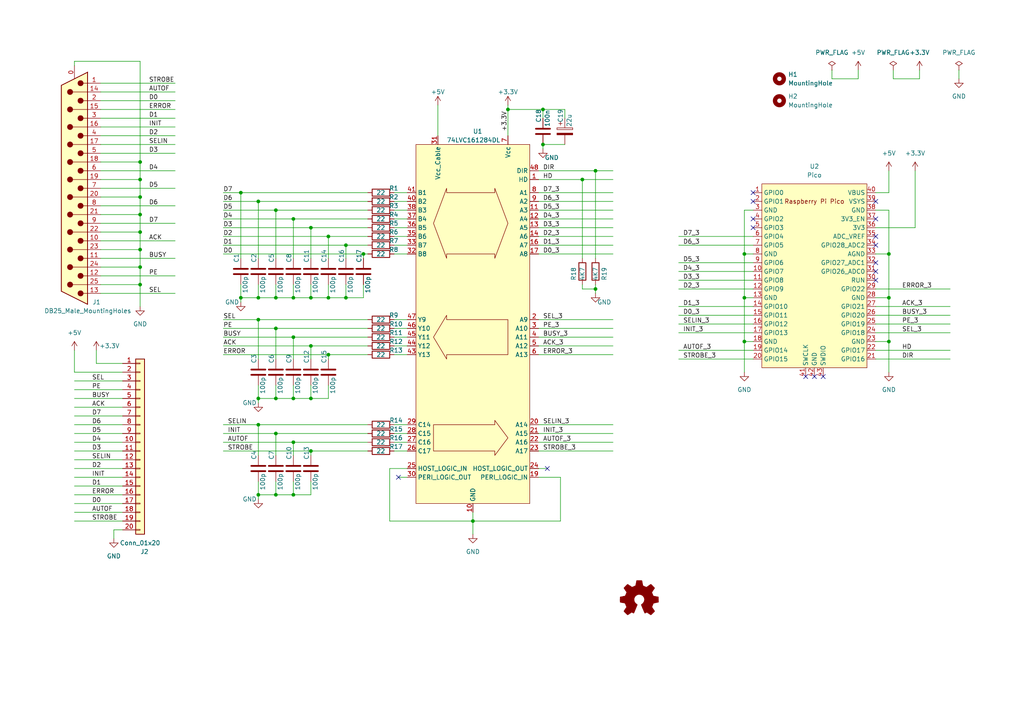
<source format=kicad_sch>
(kicad_sch (version 20211123) (generator eeschema)
  (paper "A4")
  (lib_symbols
    (symbol "74lvc161284:74LVC161284DL"
      (property "Reference" "U" (at 0 44.45 0))
      (property "Value" "74LVC161284DL" (at -1.27 41.91 0))
      (symbol "74LVC161284DL_1_1"
        (pin input line (at -19.05 30.48 0) (length 2.54) (name "HD") (number "1"))
        (pin power_in line (at 0 -66.04 90) (length 2.54) (name "GND") (number "10"))
        (pin bidirectional line (at -19.05 21.59 0) (length 2.54) (name "A3") (number "11"))
        (pin bidirectional line (at -19.05 19.05 0) (length 2.54) (name "A4") (number "12"))
        (pin bidirectional line (at -19.05 16.51 0) (length 2.54) (name "A5") (number "13"))
        (pin bidirectional line (at -19.05 13.97 0) (length 2.54) (name "A6") (number "14"))
        (pin power_in line (at 0 -66.04 90) (length 2.54) hide (name "GND") (number "15"))
        (pin bidirectional line (at -19.05 11.43 0) (length 2.54) (name "A7") (number "16"))
        (pin bidirectional line (at -19.05 8.89 0) (length 2.54) (name "A8") (number "17"))
        (pin power_in line (at -10.16 43.18 270) (length 2.54) hide (name "Vcc") (number "18"))
        (pin input line (at -19.05 -55.88 0) (length 2.54) (name "PERI_LOGIC_IN") (number "19"))
        (pin input line (at -19.05 -10.16 0) (length 2.54) (name "A9") (number "2"))
        (pin output line (at -19.05 -40.64 0) (length 2.54) (name "A14") (number "20"))
        (pin output line (at -19.05 -43.18 0) (length 2.54) (name "A15") (number "21"))
        (pin output line (at -19.05 -45.72 0) (length 2.54) (name "A16") (number "22"))
        (pin output line (at -19.05 -48.26 0) (length 2.54) (name "A17") (number "23"))
        (pin output line (at -19.05 -53.34 0) (length 2.54) (name "HOST_LOGIC_OUT") (number "24"))
        (pin input line (at 19.05 -53.34 180) (length 2.54) (name "HOST_LOGIC_IN") (number "25"))
        (pin input line (at 19.05 -48.26 180) (length 2.54) (name "C17") (number "26"))
        (pin input line (at 19.05 -45.72 180) (length 2.54) (name "C16") (number "27"))
        (pin input line (at 19.05 -43.18 180) (length 2.54) (name "C15") (number "28"))
        (pin input line (at 19.05 -40.64 180) (length 2.54) (name "C14") (number "29"))
        (pin input line (at -19.05 -12.7 0) (length 2.54) (name "A10") (number "3"))
        (pin output line (at 19.05 -55.88 180) (length 2.54) (name "PERI_LOGIC_OUT") (number "30"))
        (pin power_in line (at 10.16 43.18 270) (length 2.54) (name "Vcc_Cable") (number "31"))
        (pin bidirectional line (at 19.05 8.89 180) (length 2.54) (name "B8") (number "32"))
        (pin bidirectional line (at 19.05 11.43 180) (length 2.54) (name "B7") (number "33"))
        (pin power_in line (at 0 -66.04 90) (length 2.54) hide (name "GND") (number "34"))
        (pin bidirectional line (at 19.05 13.97 180) (length 2.54) (name "B6") (number "35"))
        (pin bidirectional line (at 19.05 16.51 180) (length 2.54) (name "B5") (number "36"))
        (pin bidirectional line (at 19.05 19.05 180) (length 2.54) (name "B4") (number "37"))
        (pin bidirectional line (at 19.05 21.59 180) (length 2.54) (name "B3") (number "38"))
        (pin power_in line (at 0 -66.04 90) (length 2.54) hide (name "GND") (number "39"))
        (pin input line (at -19.05 -15.24 0) (length 2.54) (name "A11") (number "4"))
        (pin bidirectional line (at 19.05 24.13 180) (length 2.54) (name "B2") (number "40"))
        (pin bidirectional line (at 19.05 26.67 180) (length 2.54) (name "B1") (number "41"))
        (pin power_in line (at 10.16 43.18 270) (length 2.54) hide (name "Vcc_Cable") (number "42"))
        (pin output line (at 19.05 -20.32 180) (length 2.54) (name "Y13") (number "43"))
        (pin output line (at 19.05 -17.78 180) (length 2.54) (name "Y12") (number "44"))
        (pin output line (at 19.05 -15.24 180) (length 2.54) (name "Y11") (number "45"))
        (pin output line (at 19.05 -12.7 180) (length 2.54) (name "Y10") (number "46"))
        (pin output line (at 19.05 -10.16 180) (length 2.54) (name "Y9") (number "47"))
        (pin input line (at -19.05 33.02 0) (length 2.54) (name "DIR") (number "48"))
        (pin input line (at -19.05 -17.78 0) (length 2.54) (name "A12") (number "5"))
        (pin input line (at -19.05 -20.32 0) (length 2.54) (name "A13") (number "6"))
        (pin power_in line (at -10.16 43.18 270) (length 2.54) (name "Vcc") (number "7"))
        (pin bidirectional line (at -19.05 26.67 0) (length 2.54) (name "A1") (number "8"))
        (pin bidirectional line (at -19.05 24.13 0) (length 2.54) (name "A2") (number "9"))
      )
    )
    (symbol "Connector:DB25_Male_MountingHoles" (pin_names (offset 1.016) hide)
      (property "Reference" "J" (at 0 36.83 0))
      (property "Value" "DB25_Male_MountingHoles" (at 0 34.925 0))
      (symbol "DB25_Male_MountingHoles_1_1"
        (pin passive line (at 0 -35.56 90) (length 3.81) (name "PAD") (number "0"))
        (pin passive line (at -7.62 -30.48 0) (length 3.81) (name "1") (number "1"))
        (pin passive line (at -7.62 15.24 0) (length 3.81) (name "10") (number "10"))
        (pin passive line (at -7.62 20.32 0) (length 3.81) (name "11") (number "11"))
        (pin passive line (at -7.62 25.4 0) (length 3.81) (name "12") (number "12"))
        (pin passive line (at -7.62 30.48 0) (length 3.81) (name "13") (number "13"))
        (pin passive line (at -7.62 -27.94 0) (length 3.81) (name "P14") (number "14"))
        (pin passive line (at -7.62 -22.86 0) (length 3.81) (name "P15") (number "15"))
        (pin passive line (at -7.62 -17.78 0) (length 3.81) (name "P16") (number "16"))
        (pin passive line (at -7.62 -12.7 0) (length 3.81) (name "P17") (number "17"))
        (pin passive line (at -7.62 -7.62 0) (length 3.81) (name "P18") (number "18"))
        (pin passive line (at -7.62 -2.54 0) (length 3.81) (name "P19") (number "19"))
        (pin passive line (at -7.62 -25.4 0) (length 3.81) (name "2") (number "2"))
        (pin passive line (at -7.62 2.54 0) (length 3.81) (name "P20") (number "20"))
        (pin passive line (at -7.62 7.62 0) (length 3.81) (name "P21") (number "21"))
        (pin passive line (at -7.62 12.7 0) (length 3.81) (name "P22") (number "22"))
        (pin passive line (at -7.62 17.78 0) (length 3.81) (name "P23") (number "23"))
        (pin passive line (at -7.62 22.86 0) (length 3.81) (name "P24") (number "24"))
        (pin passive line (at -7.62 27.94 0) (length 3.81) (name "P25") (number "25"))
        (pin passive line (at -7.62 -20.32 0) (length 3.81) (name "3") (number "3"))
        (pin passive line (at -7.62 -15.24 0) (length 3.81) (name "4") (number "4"))
        (pin passive line (at -7.62 -10.16 0) (length 3.81) (name "5") (number "5"))
        (pin passive line (at -7.62 -5.08 0) (length 3.81) (name "6") (number "6"))
        (pin passive line (at -7.62 0 0) (length 3.81) (name "7") (number "7"))
        (pin passive line (at -7.62 5.08 0) (length 3.81) (name "8") (number "8"))
        (pin passive line (at -7.62 10.16 0) (length 3.81) (name "9") (number "9"))
      )
    )
    (symbol "Connector_Generic:Conn_01x20" (pin_names (offset 1.016) hide)
      (property "Reference" "J" (at 0 25.4 0))
      (property "Value" "Conn_01x20" (at 0 -27.94 0))
      (symbol "Conn_01x20_1_1"
        (pin passive line (at -5.08 22.86 0) (length 3.81) (name "Pin_1") (number "1"))
        (pin passive line (at -5.08 0 0) (length 3.81) (name "Pin_10") (number "10"))
        (pin passive line (at -5.08 -2.54 0) (length 3.81) (name "Pin_11") (number "11"))
        (pin passive line (at -5.08 -5.08 0) (length 3.81) (name "Pin_12") (number "12"))
        (pin passive line (at -5.08 -7.62 0) (length 3.81) (name "Pin_13") (number "13"))
        (pin passive line (at -5.08 -10.16 0) (length 3.81) (name "Pin_14") (number "14"))
        (pin passive line (at -5.08 -12.7 0) (length 3.81) (name "Pin_15") (number "15"))
        (pin passive line (at -5.08 -15.24 0) (length 3.81) (name "Pin_16") (number "16"))
        (pin passive line (at -5.08 -17.78 0) (length 3.81) (name "Pin_17") (number "17"))
        (pin passive line (at -5.08 -20.32 0) (length 3.81) (name "Pin_18") (number "18"))
        (pin passive line (at -5.08 -22.86 0) (length 3.81) (name "Pin_19") (number "19"))
        (pin passive line (at -5.08 20.32 0) (length 3.81) (name "Pin_2") (number "2"))
        (pin passive line (at -5.08 -25.4 0) (length 3.81) (name "Pin_20") (number "20"))
        (pin passive line (at -5.08 17.78 0) (length 3.81) (name "Pin_3") (number "3"))
        (pin passive line (at -5.08 15.24 0) (length 3.81) (name "Pin_4") (number "4"))
        (pin passive line (at -5.08 12.7 0) (length 3.81) (name "Pin_5") (number "5"))
        (pin passive line (at -5.08 10.16 0) (length 3.81) (name "Pin_6") (number "6"))
        (pin passive line (at -5.08 7.62 0) (length 3.81) (name "Pin_7") (number "7"))
        (pin passive line (at -5.08 5.08 0) (length 3.81) (name "Pin_8") (number "8"))
        (pin passive line (at -5.08 2.54 0) (length 3.81) (name "Pin_9") (number "9"))
      )
    )
    (symbol "Device:C" (pin_numbers hide) (pin_names (offset 0.254))
      (property "Reference" "C" (at 0.635 2.54 0))
      (property "Value" "C" (at 0.635 -2.54 0))
      (symbol "C_1_1"
        (pin passive line (at 0 3.81 270) (length 2.794) (name "~") (number "1"))
        (pin passive line (at 0 -3.81 90) (length 2.794) (name "~") (number "2"))
      )
    )
    (symbol "Device:C_Polarized" (pin_numbers hide) (pin_names (offset 0.254))
      (property "Reference" "C" (at 0.635 2.54 0))
      (property "Value" "C_Polarized" (at 0.635 -2.54 0))
      (symbol "C_Polarized_1_1"
        (pin passive line (at 0 3.81 270) (length 2.794) (name "~") (number "1"))
        (pin passive line (at 0 -3.81 90) (length 2.794) (name "~") (number "2"))
      )
    )
    (symbol "Device:R" (pin_numbers hide) (pin_names (offset 0))
      (property "Reference" "R" (at 2.032 0 90))
      (property "Value" "R" (at 0 0 90))
      (symbol "R_1_1"
        (pin passive line (at 0 3.81 270) (length 1.27) (name "~") (number "1"))
        (pin passive line (at 0 -3.81 90) (length 1.27) (name "~") (number "2"))
      )
    )
    (symbol "Graphic:Logo_Open_Hardware_Small" (pin_names (offset 1.016)))
    (symbol "Mechanical:MountingHole" (pin_names (offset 1.016))
      (property "Reference" "H" (at 0 5.08 0))
      (property "Value" "MountingHole" (at 0 3.175 0))
    )
    (symbol "Raspberry Pico:Pico"
      (property "Reference" "U" (at -13.97 27.94 0))
      (property "Value" "Pico" (at 0 19.05 0))
      (symbol "Pico_0_0"
        (text "Raspberry Pi Pico" (at 0 21.59 0) (effects (font (size 1.27 1.27))))
      )
      (symbol "Pico_1_1"
        (pin bidirectional line (at -17.78 24.13 0) (length 2.54) (name "GPIO0") (number "1"))
        (pin bidirectional line (at -17.78 1.27 0) (length 2.54) (name "GPIO7") (number "10"))
        (pin bidirectional line (at -17.78 -1.27 0) (length 2.54) (name "GPIO8") (number "11"))
        (pin bidirectional line (at -17.78 -3.81 0) (length 2.54) (name "GPIO9") (number "12"))
        (pin power_in line (at -17.78 -6.35 0) (length 2.54) (name "GND") (number "13"))
        (pin bidirectional line (at -17.78 -8.89 0) (length 2.54) (name "GPIO10") (number "14"))
        (pin bidirectional line (at -17.78 -11.43 0) (length 2.54) (name "GPIO11") (number "15"))
        (pin bidirectional line (at -17.78 -13.97 0) (length 2.54) (name "GPIO12") (number "16"))
        (pin bidirectional line (at -17.78 -16.51 0) (length 2.54) (name "GPIO13") (number "17"))
        (pin power_in line (at -17.78 -19.05 0) (length 2.54) (name "GND") (number "18"))
        (pin bidirectional line (at -17.78 -21.59 0) (length 2.54) (name "GPIO14") (number "19"))
        (pin bidirectional line (at -17.78 21.59 0) (length 2.54) (name "GPIO1") (number "2"))
        (pin bidirectional line (at -17.78 -24.13 0) (length 2.54) (name "GPIO15") (number "20"))
        (pin bidirectional line (at 17.78 -24.13 180) (length 2.54) (name "GPIO16") (number "21"))
        (pin bidirectional line (at 17.78 -21.59 180) (length 2.54) (name "GPIO17") (number "22"))
        (pin power_in line (at 17.78 -19.05 180) (length 2.54) (name "GND") (number "23"))
        (pin bidirectional line (at 17.78 -16.51 180) (length 2.54) (name "GPIO18") (number "24"))
        (pin bidirectional line (at 17.78 -13.97 180) (length 2.54) (name "GPIO19") (number "25"))
        (pin bidirectional line (at 17.78 -11.43 180) (length 2.54) (name "GPIO20") (number "26"))
        (pin bidirectional line (at 17.78 -8.89 180) (length 2.54) (name "GPIO21") (number "27"))
        (pin power_in line (at 17.78 -6.35 180) (length 2.54) (name "GND") (number "28"))
        (pin bidirectional line (at 17.78 -3.81 180) (length 2.54) (name "GPIO22") (number "29"))
        (pin power_in line (at -17.78 19.05 0) (length 2.54) (name "GND") (number "3"))
        (pin input line (at 17.78 -1.27 180) (length 2.54) (name "RUN") (number "30"))
        (pin bidirectional line (at 17.78 1.27 180) (length 2.54) (name "GPIO26_ADC0") (number "31"))
        (pin bidirectional line (at 17.78 3.81 180) (length 2.54) (name "GPIO27_ADC1") (number "32"))
        (pin power_in line (at 17.78 6.35 180) (length 2.54) (name "AGND") (number "33"))
        (pin bidirectional line (at 17.78 8.89 180) (length 2.54) (name "GPIO28_ADC2") (number "34"))
        (pin power_in line (at 17.78 11.43 180) (length 2.54) (name "ADC_VREF") (number "35"))
        (pin power_in line (at 17.78 13.97 180) (length 2.54) (name "3V3") (number "36"))
        (pin input line (at 17.78 16.51 180) (length 2.54) (name "3V3_EN") (number "37"))
        (pin power_in line (at 17.78 19.05 180) (length 2.54) (name "GND") (number "38"))
        (pin power_in line (at 17.78 21.59 180) (length 2.54) (name "VSYS") (number "39"))
        (pin bidirectional line (at -17.78 16.51 0) (length 2.54) (name "GPIO2") (number "4"))
        (pin power_in line (at 17.78 24.13 180) (length 2.54) (name "VBUS") (number "40"))
        (pin input line (at -2.54 -29.21 90) (length 2.54) (name "SWCLK") (number "41"))
        (pin power_in line (at 0 -29.21 90) (length 2.54) (name "GND") (number "42"))
        (pin bidirectional line (at 2.54 -29.21 90) (length 2.54) (name "SWDIO") (number "43"))
        (pin bidirectional line (at -17.78 13.97 0) (length 2.54) (name "GPIO3") (number "5"))
        (pin bidirectional line (at -17.78 11.43 0) (length 2.54) (name "GPIO4") (number "6"))
        (pin bidirectional line (at -17.78 8.89 0) (length 2.54) (name "GPIO5") (number "7"))
        (pin power_in line (at -17.78 6.35 0) (length 2.54) (name "GND") (number "8"))
        (pin bidirectional line (at -17.78 3.81 0) (length 2.54) (name "GPIO6") (number "9"))
      )
    )
    (symbol "power:+3.3V" (power) (pin_names (offset 0))
      (property "Value" "+3.3V" (at 0 3.556 0))
      (symbol "+3.3V_1_1"
        (pin power_in line (at 0 0 90) (length 0) hide (name "+3.3V") (number "1"))
      )
    )
    (symbol "power:+5V" (power) (pin_names (offset 0))
      (property "Value" "+5V" (at 0 3.556 0))
      (symbol "+5V_1_1"
        (pin power_in line (at 0 0 90) (length 0) hide (name "+5V") (number "1"))
      )
    )
    (symbol "power:GND" (power) (pin_names (offset 0))
      (property "Value" "GND" (at 0 -3.81 0))
      (symbol "GND_1_1"
        (pin power_in line (at 0 0 270) (length 0) hide (name "GND") (number "1"))
      )
    )
    (symbol "power:PWR_FLAG" (power) (pin_numbers hide) (pin_names (offset 0) hide)
      (property "Value" "PWR_FLAG" (at 0 3.81 0))
      (symbol "PWR_FLAG_0_0"
        (pin power_out line (at 0 0 90) (length 0) (name "pwr") (number "1"))
      )
    )
  )
  (junction (at 80.01 95.25))
  (junction (at 257.81 99.06))
  (junction (at 85.09 63.5))
  (junction (at 105.41 73.66))
  (junction (at 215.9 73.66))
  (junction (at 137.16 151.13))
  (junction (at 74.93 143.51))
  (junction (at 80.01 86.36))
  (junction (at 80.01 60.96))
  (junction (at 74.93 92.71))
  (junction (at 69.85 55.88))
  (junction (at 147.32 31.75))
  (junction (at 85.09 143.51))
  (junction (at 40.64 46.99))
  (junction (at 257.81 86.36))
  (junction (at 80.01 143.51))
  (junction (at 172.72 49.53))
  (junction (at 100.33 71.12))
  (junction (at 40.64 82.55))
  (junction (at 85.09 86.36))
  (junction (at 85.09 115.57))
  (junction (at 74.93 86.36))
  (junction (at 74.93 123.19))
  (junction (at 74.93 115.57))
  (junction (at 157.48 41.91))
  (junction (at 69.85 86.36))
  (junction (at 172.72 83.82))
  (junction (at 90.17 130.81))
  (junction (at 40.64 72.39))
  (junction (at 257.81 73.66))
  (junction (at 90.17 66.04))
  (junction (at 80.01 125.73))
  (junction (at 40.64 77.47))
  (junction (at 95.25 102.87))
  (junction (at 90.17 86.36))
  (junction (at 215.9 86.36))
  (junction (at 95.25 86.36))
  (junction (at 40.64 67.31))
  (junction (at 95.25 68.58))
  (junction (at 85.09 128.27))
  (junction (at 74.93 58.42))
  (junction (at 40.64 52.07))
  (junction (at 90.17 100.33))
  (junction (at 40.64 62.23))
  (junction (at 90.17 115.57))
  (junction (at 85.09 97.79))
  (junction (at 40.64 57.15))
  (junction (at 168.91 52.07))
  (junction (at 215.9 99.06))
  (junction (at 80.01 115.57))
  (junction (at 100.33 86.36))
  (junction (at 157.48 31.75))
  (no_connect (at 254 63.5))
  (no_connect (at 254 68.58))
  (no_connect (at 218.44 58.42))
  (no_connect (at 218.44 66.04))
  (no_connect (at 218.44 55.88))
  (no_connect (at 115.57 138.43))
  (no_connect (at 254 71.12))
  (no_connect (at 218.44 63.5))
  (no_connect (at 236.22 109.22))
  (no_connect (at 254 58.42))
  (no_connect (at 254 78.74))
  (no_connect (at 233.68 109.22))
  (no_connect (at 158.75 135.89))
  (no_connect (at 254 81.28))
  (no_connect (at 238.76 109.22))
  (no_connect (at 254 76.2))
  (wire (pts (xy 64.77 68.58) (xy 95.25 68.58)))
  (wire (pts (xy 115.57 138.43) (xy 118.11 138.43)))
  (wire (pts (xy 168.91 52.07) (xy 177.8 52.07)))
  (wire (pts (xy 74.93 111.76) (xy 74.93 115.57)))
  (wire (pts (xy 29.21 24.13) (xy 50.8 24.13)))
  (wire (pts (xy 156.21 55.88) (xy 177.8 55.88)))
  (wire (pts (xy 85.09 86.36) (xy 90.17 86.36)))
  (wire (pts (xy 254 55.88) (xy 257.81 55.88)))
  (wire (pts (xy 147.32 31.75) (xy 147.32 39.37)))
  (wire (pts (xy 95.25 86.36) (xy 100.33 86.36)))
  (wire (pts (xy 257.81 107.95) (xy 257.81 99.06)))
  (wire (pts (xy 40.64 46.99) (xy 40.64 17.78)))
  (wire (pts (xy 127 30.48) (xy 127 39.37)))
  (wire (pts (xy 113.03 151.13) (xy 113.03 135.89)))
  (wire (pts (xy 156.21 68.58) (xy 177.8 68.58)))
  (wire (pts (xy 29.21 41.91) (xy 50.8 41.91)))
  (wire (pts (xy 29.21 64.77) (xy 50.8 64.77)))
  (wire (pts (xy 114.3 100.33) (xy 118.11 100.33)))
  (wire (pts (xy 80.01 139.7) (xy 80.01 143.51)))
  (wire (pts (xy 90.17 100.33) (xy 106.68 100.33)))
  (wire (pts (xy 29.21 69.85) (xy 50.8 69.85)))
  (wire (pts (xy 64.77 95.25) (xy 80.01 95.25)))
  (wire (pts (xy 241.3 20.32) (xy 241.3 22.86)))
  (wire (pts (xy 21.59 101.6) (xy 21.59 107.95)))
  (wire (pts (xy 64.77 73.66) (xy 105.41 73.66)))
  (wire (pts (xy 137.16 151.13) (xy 137.16 154.94)))
  (wire (pts (xy 90.17 66.04) (xy 90.17 74.93)))
  (wire (pts (xy 156.21 63.5) (xy 177.8 63.5)))
  (wire (pts (xy 100.33 71.12) (xy 106.68 71.12)))
  (wire (pts (xy 157.48 31.75) (xy 163.83 31.75)))
  (wire (pts (xy 254 93.98) (xy 275.59 93.98)))
  (wire (pts (xy 215.9 73.66) (xy 215.9 60.96)))
  (wire (pts (xy 254 73.66) (xy 257.81 73.66)))
  (wire (pts (xy 168.91 83.82) (xy 172.72 83.82)))
  (wire (pts (xy 64.77 130.81) (xy 90.17 130.81)))
  (wire (pts (xy 69.85 82.55) (xy 69.85 86.36)))
  (wire (pts (xy 163.83 31.75) (xy 163.83 34.29)))
  (wire (pts (xy 90.17 86.36) (xy 95.25 86.36)))
  (wire (pts (xy 80.01 125.73) (xy 80.01 132.08)))
  (wire (pts (xy 40.64 77.47) (xy 40.64 82.55)))
  (wire (pts (xy 156.21 49.53) (xy 172.72 49.53)))
  (wire (pts (xy 196.85 68.58) (xy 218.44 68.58)))
  (wire (pts (xy 29.21 44.45) (xy 50.8 44.45)))
  (wire (pts (xy 114.3 123.19) (xy 118.11 123.19)))
  (wire (pts (xy 69.85 86.36) (xy 69.85 87.63)))
  (wire (pts (xy 95.25 115.57) (xy 95.25 111.76)))
  (wire (pts (xy 33.02 153.67) (xy 35.56 153.67)))
  (wire (pts (xy 29.21 72.39) (xy 40.64 72.39)))
  (wire (pts (xy 156.21 73.66) (xy 177.8 73.66)))
  (wire (pts (xy 254 88.9) (xy 275.59 88.9)))
  (wire (pts (xy 215.9 86.36) (xy 218.44 86.36)))
  (wire (pts (xy 196.85 101.6) (xy 218.44 101.6)))
  (wire (pts (xy 64.77 125.73) (xy 80.01 125.73)))
  (wire (pts (xy 172.72 82.55) (xy 172.72 83.82)))
  (wire (pts (xy 29.21 26.67) (xy 50.8 26.67)))
  (wire (pts (xy 29.21 52.07) (xy 40.64 52.07)))
  (wire (pts (xy 27.94 105.41) (xy 35.56 105.41)))
  (wire (pts (xy 114.3 102.87) (xy 118.11 102.87)))
  (wire (pts (xy 64.77 58.42) (xy 74.93 58.42)))
  (wire (pts (xy 196.85 88.9) (xy 218.44 88.9)))
  (wire (pts (xy 95.25 102.87) (xy 106.68 102.87)))
  (wire (pts (xy 257.81 99.06) (xy 254 99.06)))
  (wire (pts (xy 156.21 135.89) (xy 158.75 135.89)))
  (wire (pts (xy 168.91 52.07) (xy 168.91 74.93)))
  (wire (pts (xy 21.59 118.11) (xy 35.56 118.11)))
  (wire (pts (xy 21.59 140.97) (xy 35.56 140.97)))
  (wire (pts (xy 100.33 82.55) (xy 100.33 86.36)))
  (wire (pts (xy 172.72 49.53) (xy 177.8 49.53)))
  (wire (pts (xy 172.72 49.53) (xy 172.72 74.93)))
  (wire (pts (xy 64.77 63.5) (xy 85.09 63.5)))
  (wire (pts (xy 114.3 60.96) (xy 118.11 60.96)))
  (wire (pts (xy 29.21 31.75) (xy 50.8 31.75)))
  (wire (pts (xy 105.41 73.66) (xy 105.41 74.93)))
  (wire (pts (xy 196.85 71.12) (xy 218.44 71.12)))
  (wire (pts (xy 95.25 102.87) (xy 95.25 104.14)))
  (wire (pts (xy 80.01 95.25) (xy 106.68 95.25)))
  (wire (pts (xy 74.93 115.57) (xy 74.93 116.84)))
  (wire (pts (xy 80.01 60.96) (xy 80.01 74.93)))
  (wire (pts (xy 69.85 55.88) (xy 69.85 74.93)))
  (wire (pts (xy 69.85 55.88) (xy 106.68 55.88)))
  (wire (pts (xy 259.08 20.32) (xy 259.08 22.86)))
  (wire (pts (xy 218.44 99.06) (xy 215.9 99.06)))
  (wire (pts (xy 156.21 92.71) (xy 177.8 92.71)))
  (wire (pts (xy 74.93 143.51) (xy 80.01 143.51)))
  (wire (pts (xy 196.85 93.98) (xy 218.44 93.98)))
  (wire (pts (xy 95.25 68.58) (xy 95.25 74.93)))
  (wire (pts (xy 69.85 86.36) (xy 74.93 86.36)))
  (wire (pts (xy 29.21 39.37) (xy 50.8 39.37)))
  (wire (pts (xy 172.72 85.09) (xy 172.72 83.82)))
  (wire (pts (xy 114.3 73.66) (xy 118.11 73.66)))
  (wire (pts (xy 156.21 58.42) (xy 177.8 58.42)))
  (wire (pts (xy 196.85 83.82) (xy 218.44 83.82)))
  (wire (pts (xy 196.85 96.52) (xy 218.44 96.52)))
  (wire (pts (xy 29.21 36.83) (xy 50.8 36.83)))
  (wire (pts (xy 147.32 30.48) (xy 147.32 31.75)))
  (wire (pts (xy 74.93 92.71) (xy 106.68 92.71)))
  (wire (pts (xy 64.77 102.87) (xy 95.25 102.87)))
  (wire (pts (xy 21.59 130.81) (xy 35.56 130.81)))
  (wire (pts (xy 257.81 73.66) (xy 257.81 86.36)))
  (wire (pts (xy 64.77 71.12) (xy 100.33 71.12)))
  (wire (pts (xy 196.85 104.14) (xy 218.44 104.14)))
  (wire (pts (xy 257.81 99.06) (xy 257.81 86.36)))
  (wire (pts (xy 114.3 97.79) (xy 118.11 97.79)))
  (wire (pts (xy 40.64 17.78) (xy 21.59 17.78)))
  (wire (pts (xy 90.17 130.81) (xy 106.68 130.81)))
  (wire (pts (xy 90.17 100.33) (xy 90.17 104.14)))
  (wire (pts (xy 40.64 72.39) (xy 40.64 77.47)))
  (wire (pts (xy 29.21 49.53) (xy 50.8 49.53)))
  (wire (pts (xy 254 96.52) (xy 275.59 96.52)))
  (wire (pts (xy 21.59 138.43) (xy 35.56 138.43)))
  (wire (pts (xy 64.77 123.19) (xy 74.93 123.19)))
  (wire (pts (xy 21.59 133.35) (xy 35.56 133.35)))
  (wire (pts (xy 215.9 60.96) (xy 218.44 60.96)))
  (wire (pts (xy 156.21 130.81) (xy 177.8 130.81)))
  (wire (pts (xy 74.93 86.36) (xy 80.01 86.36)))
  (wire (pts (xy 80.01 82.55) (xy 80.01 86.36)))
  (wire (pts (xy 29.21 74.93) (xy 50.8 74.93)))
  (wire (pts (xy 215.9 99.06) (xy 215.9 107.95)))
  (wire (pts (xy 29.21 80.01) (xy 50.8 80.01)))
  (wire (pts (xy 196.85 78.74) (xy 218.44 78.74)))
  (wire (pts (xy 80.01 95.25) (xy 80.01 104.14)))
  (wire (pts (xy 80.01 115.57) (xy 85.09 115.57)))
  (wire (pts (xy 114.3 68.58) (xy 118.11 68.58)))
  (wire (pts (xy 114.3 128.27) (xy 118.11 128.27)))
  (wire (pts (xy 137.16 151.13) (xy 162.56 151.13)))
  (wire (pts (xy 257.81 86.36) (xy 254 86.36)))
  (wire (pts (xy 157.48 31.75) (xy 157.48 34.29)))
  (wire (pts (xy 21.59 143.51) (xy 35.56 143.51)))
  (wire (pts (xy 254 101.6) (xy 275.59 101.6)))
  (wire (pts (xy 254 66.04) (xy 265.43 66.04)))
  (wire (pts (xy 40.64 46.99) (xy 40.64 52.07)))
  (wire (pts (xy 90.17 143.51) (xy 90.17 139.7)))
  (wire (pts (xy 278.13 20.32) (xy 278.13 22.86)))
  (wire (pts (xy 85.09 63.5) (xy 85.09 74.93)))
  (wire (pts (xy 114.3 55.88) (xy 118.11 55.88)))
  (wire (pts (xy 215.9 73.66) (xy 218.44 73.66)))
  (wire (pts (xy 21.59 120.65) (xy 35.56 120.65)))
  (wire (pts (xy 64.77 92.71) (xy 74.93 92.71)))
  (wire (pts (xy 162.56 151.13) (xy 162.56 138.43)))
  (wire (pts (xy 29.21 34.29) (xy 50.8 34.29)))
  (wire (pts (xy 90.17 66.04) (xy 106.68 66.04)))
  (wire (pts (xy 257.81 60.96) (xy 257.81 73.66)))
  (wire (pts (xy 265.43 49.53) (xy 265.43 66.04)))
  (wire (pts (xy 105.41 86.36) (xy 105.41 82.55)))
  (wire (pts (xy 254 91.44) (xy 275.59 91.44)))
  (wire (pts (xy 85.09 128.27) (xy 85.09 132.08)))
  (wire (pts (xy 74.93 58.42) (xy 74.93 74.93)))
  (wire (pts (xy 196.85 81.28) (xy 218.44 81.28)))
  (wire (pts (xy 21.59 135.89) (xy 35.56 135.89)))
  (wire (pts (xy 90.17 130.81) (xy 90.17 132.08)))
  (wire (pts (xy 29.21 57.15) (xy 40.64 57.15)))
  (wire (pts (xy 27.94 101.6) (xy 27.94 105.41)))
  (wire (pts (xy 64.77 55.88) (xy 69.85 55.88)))
  (wire (pts (xy 156.21 60.96) (xy 177.8 60.96)))
  (wire (pts (xy 257.81 49.53) (xy 257.81 55.88)))
  (wire (pts (xy 114.3 58.42) (xy 118.11 58.42)))
  (wire (pts (xy 114.3 63.5) (xy 118.11 63.5)))
  (wire (pts (xy 85.09 139.7) (xy 85.09 143.51)))
  (wire (pts (xy 85.09 115.57) (xy 90.17 115.57)))
  (wire (pts (xy 85.09 97.79) (xy 85.09 104.14)))
  (wire (pts (xy 74.93 115.57) (xy 80.01 115.57)))
  (wire (pts (xy 64.77 100.33) (xy 90.17 100.33)))
  (wire (pts (xy 137.16 148.59) (xy 137.16 151.13)))
  (wire (pts (xy 254 83.82) (xy 275.59 83.82)))
  (wire (pts (xy 21.59 146.05) (xy 35.56 146.05)))
  (wire (pts (xy 29.21 67.31) (xy 40.64 67.31)))
  (wire (pts (xy 29.21 54.61) (xy 50.8 54.61)))
  (wire (pts (xy 259.08 22.86) (xy 266.7 22.86)))
  (wire (pts (xy 21.59 107.95) (xy 35.56 107.95)))
  (wire (pts (xy 113.03 135.89) (xy 118.11 135.89)))
  (wire (pts (xy 156.21 100.33) (xy 177.8 100.33)))
  (wire (pts (xy 40.64 62.23) (xy 40.64 67.31)))
  (wire (pts (xy 74.93 123.19) (xy 106.68 123.19)))
  (wire (pts (xy 85.09 143.51) (xy 90.17 143.51)))
  (wire (pts (xy 21.59 123.19) (xy 35.56 123.19)))
  (wire (pts (xy 156.21 102.87) (xy 177.8 102.87)))
  (wire (pts (xy 162.56 138.43) (xy 156.21 138.43)))
  (wire (pts (xy 156.21 66.04) (xy 177.8 66.04)))
  (wire (pts (xy 40.64 57.15) (xy 40.64 62.23)))
  (wire (pts (xy 74.93 139.7) (xy 74.93 143.51)))
  (wire (pts (xy 21.59 115.57) (xy 35.56 115.57)))
  (wire (pts (xy 40.64 52.07) (xy 40.64 57.15)))
  (wire (pts (xy 80.01 86.36) (xy 85.09 86.36)))
  (wire (pts (xy 156.21 97.79) (xy 177.8 97.79)))
  (wire (pts (xy 85.09 63.5) (xy 106.68 63.5)))
  (wire (pts (xy 21.59 128.27) (xy 35.56 128.27)))
  (wire (pts (xy 114.3 66.04) (xy 118.11 66.04)))
  (wire (pts (xy 114.3 95.25) (xy 118.11 95.25)))
  (wire (pts (xy 100.33 86.36) (xy 105.41 86.36)))
  (wire (pts (xy 196.85 91.44) (xy 218.44 91.44)))
  (wire (pts (xy 137.16 151.13) (xy 113.03 151.13)))
  (wire (pts (xy 114.3 71.12) (xy 118.11 71.12)))
  (wire (pts (xy 95.25 68.58) (xy 106.68 68.58)))
  (wire (pts (xy 40.64 82.55) (xy 40.64 88.9)))
  (wire (pts (xy 156.21 123.19) (xy 177.8 123.19)))
  (wire (pts (xy 74.93 92.71) (xy 74.93 104.14)))
  (wire (pts (xy 90.17 115.57) (xy 95.25 115.57)))
  (wire (pts (xy 156.21 125.73) (xy 177.8 125.73)))
  (wire (pts (xy 21.59 113.03) (xy 35.56 113.03)))
  (wire (pts (xy 29.21 46.99) (xy 40.64 46.99)))
  (wire (pts (xy 74.93 58.42) (xy 106.68 58.42)))
  (wire (pts (xy 29.21 85.09) (xy 50.8 85.09)))
  (wire (pts (xy 95.25 82.55) (xy 95.25 86.36)))
  (wire (pts (xy 156.21 95.25) (xy 177.8 95.25)))
  (wire (pts (xy 85.09 128.27) (xy 106.68 128.27)))
  (wire (pts (xy 266.7 22.86) (xy 266.7 20.32)))
  (wire (pts (xy 85.09 82.55) (xy 85.09 86.36)))
  (wire (pts (xy 100.33 71.12) (xy 100.33 74.93)))
  (wire (pts (xy 114.3 125.73) (xy 118.11 125.73)))
  (wire (pts (xy 29.21 62.23) (xy 40.64 62.23)))
  (wire (pts (xy 157.48 41.91) (xy 157.48 43.18)))
  (wire (pts (xy 157.48 41.91) (xy 163.83 41.91)))
  (wire (pts (xy 64.77 60.96) (xy 80.01 60.96)))
  (wire (pts (xy 29.21 29.21) (xy 50.8 29.21)))
  (wire (pts (xy 29.21 82.55) (xy 40.64 82.55)))
  (wire (pts (xy 21.59 148.59) (xy 35.56 148.59)))
  (wire (pts (xy 74.93 82.55) (xy 74.93 86.36)))
  (wire (pts (xy 156.21 71.12) (xy 177.8 71.12)))
  (wire (pts (xy 85.09 111.76) (xy 85.09 115.57)))
  (wire (pts (xy 64.77 66.04) (xy 90.17 66.04)))
  (wire (pts (xy 21.59 17.78) (xy 21.59 19.05)))
  (wire (pts (xy 85.09 97.79) (xy 106.68 97.79)))
  (wire (pts (xy 105.41 73.66) (xy 106.68 73.66)))
  (wire (pts (xy 74.93 123.19) (xy 74.93 132.08)))
  (wire (pts (xy 80.01 111.76) (xy 80.01 115.57)))
  (wire (pts (xy 29.21 77.47) (xy 40.64 77.47)))
  (wire (pts (xy 80.01 143.51) (xy 85.09 143.51)))
  (wire (pts (xy 80.01 60.96) (xy 106.68 60.96)))
  (wire (pts (xy 156.21 128.27) (xy 177.8 128.27)))
  (wire (pts (xy 33.02 153.67) (xy 33.02 156.21)))
  (wire (pts (xy 215.9 99.06) (xy 215.9 86.36)))
  (wire (pts (xy 21.59 110.49) (xy 35.56 110.49)))
  (wire (pts (xy 147.32 31.75) (xy 157.48 31.75)))
  (wire (pts (xy 114.3 92.71) (xy 118.11 92.71)))
  (wire (pts (xy 90.17 111.76) (xy 90.17 115.57)))
  (wire (pts (xy 254 104.14) (xy 275.59 104.14)))
  (wire (pts (xy 254 60.96) (xy 257.81 60.96)))
  (wire (pts (xy 114.3 130.81) (xy 118.11 130.81)))
  (wire (pts (xy 80.01 125.73) (xy 106.68 125.73)))
  (wire (pts (xy 21.59 151.13) (xy 35.56 151.13)))
  (wire (pts (xy 64.77 97.79) (xy 85.09 97.79)))
  (wire (pts (xy 21.59 125.73) (xy 35.56 125.73)))
  (wire (pts (xy 196.85 76.2) (xy 218.44 76.2)))
  (wire (pts (xy 64.77 128.27) (xy 85.09 128.27)))
  (wire (pts (xy 90.17 82.55) (xy 90.17 86.36)))
  (wire (pts (xy 168.91 82.55) (xy 168.91 83.82)))
  (wire (pts (xy 248.92 22.86) (xy 248.92 20.32)))
  (wire (pts (xy 29.21 59.69) (xy 50.8 59.69)))
  (wire (pts (xy 74.93 143.51) (xy 74.93 144.78)))
  (wire (pts (xy 156.21 52.07) (xy 168.91 52.07)))
  (wire (pts (xy 241.3 22.86) (xy 248.92 22.86)))
  (wire (pts (xy 215.9 86.36) (xy 215.9 73.66)))
  (wire (pts (xy 40.64 67.31) (xy 40.64 72.39)))
  (label "D2" (at 64.77 68.58 0))
  (label "D6" (at 64.77 58.42 0))
  (label "STROBE" (at 26.67 151.13 0))
  (label "STROBE_3" (at 198.12 104.14 0))
  (label "D7" (at 26.67 120.65 0))
  (label "SEL" (at 26.67 110.49 0))
  (label "AUTOF" (at 43.18 26.67 0))
  (label "HD" (at 157.48 52.07 0))
  (label "BUSY" (at 64.77 97.79 0))
  (label "D5_3" (at 157.48 60.96 0))
  (label "D2" (at 26.67 135.89 0))
  (label "INIT" (at 66.04 125.73 0))
  (label "D0" (at 64.77 73.66 0))
  (label "D7_3" (at 157.48 55.88 0))
  (label "D5_3" (at 198.12 76.2 0))
  (label "ERROR_3" (at 261.62 83.82 0))
  (label "PE_3" (at 157.48 95.25 0))
  (label "INIT" (at 26.67 138.43 0))
  (label "AUTOF_3" (at 198.12 101.6 0))
  (label "AUTOF" (at 26.67 148.59 0))
  (label "D1" (at 26.67 140.97 0))
  (label "D0" (at 26.67 146.05 0))
  (label "D3_3" (at 198.12 81.28 0))
  (label "D4" (at 64.77 63.5 0))
  (label "D4_3" (at 198.12 78.74 0))
  (label "SEL_3" (at 261.62 96.52 0))
  (label "BUSY_3" (at 261.62 91.44 0))
  (label "SEL" (at 43.18 85.09 0))
  (label "SELIN" (at 43.18 41.91 0))
  (label "SELIN_3" (at 157.48 123.19 0))
  (label "D1_3" (at 157.48 71.12 0))
  (label "PE" (at 64.77 95.25 0))
  (label "D7" (at 43.1881 64.77 0))
  (label "SELIN" (at 66.04 123.19 0))
  (label "D1_3" (at 198.12 88.9 0))
  (label "STROBE" (at 66.04 130.81 0))
  (label "INIT" (at 43.18 36.83 0))
  (label "BUSY_3" (at 157.48 97.79 0))
  (label "D3_3" (at 157.48 66.04 0))
  (label "SELIN" (at 26.67 133.35 0))
  (label "D6_3" (at 157.48 58.42 0))
  (label "D3" (at 26.67 130.81 0))
  (label "HD" (at 261.62 101.6 0))
  (label "D0_3" (at 157.48 73.66 0))
  (label "STROBE" (at 43.18 24.13 0))
  (label "SEL" (at 64.77 92.71 0))
  (label "ERROR_3" (at 157.48 102.87 0))
  (label "AUTOF_3" (at 157.48 128.27 0))
  (label "D6_3" (at 198.12 71.12 0))
  (label "ERROR" (at 26.67 143.51 0))
  (label "ERROR" (at 64.77 102.87 0))
  (label "ERROR" (at 43.18 31.75 0))
  (label "D0" (at 43.18 29.21 0))
  (label "PE_3" (at 261.62 93.98 0))
  (label "+3.3V" (at 147.32 38.1 90))
  (label "D4" (at 26.67 128.27 0))
  (label "D5" (at 26.67 125.73 0))
  (label "BUSY" (at 43.18 74.93 0))
  (label "D4_3" (at 157.48 63.5 0))
  (label "ACK" (at 43.18 69.85 0))
  (label "D6" (at 26.67 123.19 0))
  (label "ACK_3" (at 157.48 100.33 0))
  (label "INIT_3" (at 198.12 96.52 0))
  (label "D2" (at 43.18 39.37 0))
  (label "INIT_3" (at 157.48 125.73 0))
  (label "DIR" (at 157.48 49.53 0))
  (label "PE" (at 26.67 113.03 0))
  (label "D7_3" (at 198.12 68.58 0))
  (label "ACK_3" (at 261.62 88.9 0))
  (label "D7" (at 64.77 55.88 0))
  (label "D3" (at 43.18 44.45 0))
  (label "D4" (at 43.18 49.53 0))
  (label "D5" (at 64.77 60.96 0))
  (label "DIR" (at 261.62 104.14 0))
  (label "PE" (at 43.18 80.01 0))
  (label "ACK" (at 64.77 100.33 0))
  (label "AUTOF" (at 66.04 128.27 0))
  (label "ACK" (at 26.67 118.11 0))
  (label "BUSY" (at 26.67 115.57 0))
  (label "D2_3" (at 157.48 68.58 0))
  (label "SELIN_3" (at 198.12 93.98 0))
  (label "D5" (at 43.18 54.61 0))
  (label "D1" (at 64.77 71.12 0))
  (label "SEL_3" (at 157.48 92.71 0))
  (label "D0_3" (at 198.12 91.44 0))
  (label "D2_3" (at 198.12 83.82 0))
  (label "D1" (at 43.18 34.29 0))
  (label "D3" (at 64.77 66.04 0))
  (label "STROBE_3" (at 157.48 130.81 0))
  (label "D6" (at 43.18 59.69 0))
  (symbol (lib_id "Device:R") (at 110.49 73.66 90) (unit 1)
    (property "Reference" "R8" (at 115.57 72.39 90) (effects (justify left)))
    (property "Value" "22" (at 111.76 73.66 90) (effects (justify left)))
    (property "Footprint" "Resistor_SMD:R_0603_1608Metric_Pad0.98x0.95mm_HandSolder" (effects hide))
  )
  (symbol (lib_id "Device:R") (at 110.49 97.79 90) (unit 1)
    (property "Reference" "R11" (at 116.84 96.52 90) (effects (justify left)))
    (property "Value" "22" (at 111.76 97.79 90) (effects (justify left)))
    (property "Footprint" "Resistor_SMD:R_0603_1608Metric_Pad0.98x0.95mm_HandSolder" (effects hide))
  )
  (symbol (lib_id "Device:C") (at 157.48 38.1 0) (unit 1)
    (property "Reference" "C18" (at 156.21 35.56 90) (effects (justify left)))
    (property "Value" "100n" (at 158.75 36.83 90) (effects (justify left)))
    (property "Footprint" "Capacitor_SMD:C_0603_1608Metric_Pad1.08x0.95mm_HandSolder" (effects hide))
  )
  (symbol (lib_id "Device:C") (at 95.25 107.95 0) (unit 1)
    (property "Reference" "C15" (at 93.98 105.41 90) (effects (justify left)))
    (property "Value" "100p" (at 96.52 114.3 90) (effects (justify left)))
    (property "Footprint" "Capacitor_SMD:C_0603_1608Metric_Pad1.08x0.95mm_HandSolder" (effects hide))
  )
  (symbol (lib_id "power:GND") (at 278.13 22.86 0) (unit 1)
    (property "Reference" "#PWR015" (effects hide))
    (property "Value" "GND" (at 278.13 27.94 0))
  )
  (symbol (lib_id "power:PWR_FLAG") (at 278.13 20.32 0) (unit 1)
    (property "Reference" "#FLG03" (effects hide))
    (property "Value" "PWR_FLAG" (at 278.13 15.24 0))
  )
  (symbol (lib_id "power:+5V") (at 21.59 101.6 0) (unit 1)
    (property "Reference" "#PWR01" (effects hide))
    (property "Value" "+5V" (at 21.59 96.52 0))
  )
  (symbol (lib_id "Device:C") (at 90.17 107.95 0) (unit 1)
    (property "Reference" "C12" (at 88.9 105.41 90) (effects (justify left)))
    (property "Value" "100p" (at 91.44 114.3 90) (effects (justify left)))
    (property "Footprint" "Capacitor_SMD:C_0603_1608Metric_Pad1.08x0.95mm_HandSolder" (effects hide))
  )
  (symbol (lib_id "Device:C") (at 90.17 135.89 0) (unit 1)
    (property "Reference" "C13" (at 88.9 133.35 90) (effects (justify left)))
    (property "Value" "100p" (at 91.44 142.24 90) (effects (justify left)))
    (property "Footprint" "Capacitor_SMD:C_0603_1608Metric_Pad1.08x0.95mm_HandSolder" (effects hide))
  )
  (symbol (lib_id "power:+3.3V") (at 147.32 30.48 0) (unit 1)
    (property "Reference" "#PWR0102" (effects hide))
    (property "Value" "+3.3V" (at 147.32 26.67 0))
  )
  (symbol (lib_id "Mechanical:MountingHole") (at 226.06 22.86 0) (unit 1)
    (property "Reference" "H1" (at 228.6 21.5899 0) (effects (justify left)))
    (property "Value" "MountingHole" (at 228.6 24.1299 0) (effects (justify left)))
    (property "Footprint" "MountingHole:MountingHole_2.7mm_M2.5" (effects hide))
  )
  (symbol (lib_id "Device:C") (at 85.09 135.89 0) (unit 1)
    (property "Reference" "C10" (at 83.82 133.35 90) (effects (justify left)))
    (property "Value" "100p" (at 86.36 142.24 90) (effects (justify left)))
    (property "Footprint" "Capacitor_SMD:C_0603_1608Metric_Pad1.08x0.95mm_HandSolder" (effects hide))
  )
  (symbol (lib_id "power:+3.3V") (at 266.7 20.32 0) (unit 1)
    (property "Reference" "#PWR014" (effects hide))
    (property "Value" "+3.3V" (at 266.7 15.24 0))
  )
  (symbol (lib_id "power:+5V") (at 257.81 49.53 0) (unit 1)
    (property "Reference" "#PWR011" (effects hide))
    (property "Value" "+5V" (at 257.81 44.45 0))
  )
  (symbol (lib_id "Device:R") (at 110.49 60.96 90) (unit 1)
    (property "Reference" "R3" (at 115.57 59.69 90) (effects (justify left)))
    (property "Value" "22" (at 111.76 60.96 90) (effects (justify left)))
    (property "Footprint" "Resistor_SMD:R_0603_1608Metric_Pad0.98x0.95mm_HandSolder" (effects hide))
  )
  (symbol (lib_id "Device:C") (at 69.85 78.74 0) (unit 1)
    (property "Reference" "C1" (at 68.58 76.2 90) (effects (justify left)))
    (property "Value" "100p" (at 71.12 85.09 90) (effects (justify left)))
    (property "Footprint" "Capacitor_SMD:C_0603_1608Metric_Pad1.08x0.95mm_HandSolder" (effects hide))
  )
  (symbol (lib_id "Device:C") (at 74.93 78.74 0) (unit 1)
    (property "Reference" "C2" (at 73.66 76.2 90) (effects (justify left)))
    (property "Value" "100p" (at 76.2 85.09 90) (effects (justify left)))
    (property "Footprint" "Capacitor_SMD:C_0603_1608Metric_Pad1.08x0.95mm_HandSolder" (effects hide))
  )
  (symbol (lib_id "Device:C") (at 105.41 78.74 0) (unit 1)
    (property "Reference" "C17" (at 104.14 76.2 90) (effects (justify left)))
    (property "Value" "100p" (at 106.68 85.09 90) (effects (justify left)))
    (property "Footprint" "Capacitor_SMD:C_0603_1608Metric_Pad1.08x0.95mm_HandSolder" (effects hide))
  )
  (symbol (lib_id "Device:R") (at 110.49 102.87 90) (unit 1)
    (property "Reference" "R13" (at 116.84 101.6 90) (effects (justify left)))
    (property "Value" "22" (at 111.76 102.87 90) (effects (justify left)))
    (property "Footprint" "Resistor_SMD:R_0603_1608Metric_Pad0.98x0.95mm_HandSolder" (effects hide))
  )
  (symbol (lib_id "power:GND") (at 74.93 116.84 0) (unit 1)
    (property "Reference" "#PWR06" (effects hide))
    (property "Value" "GND" (at 72.39 116.84 0))
  )
  (symbol (lib_id "Device:C") (at 100.33 78.74 0) (unit 1)
    (property "Reference" "C16" (at 99.06 76.2 90) (effects (justify left)))
    (property "Value" "100p" (at 101.6 85.09 90) (effects (justify left)))
    (property "Footprint" "Capacitor_SMD:C_0603_1608Metric_Pad1.08x0.95mm_HandSolder" (effects hide))
  )
  (symbol (lib_id "Device:C") (at 85.09 78.74 0) (unit 1)
    (property "Reference" "C8" (at 83.82 76.2 90) (effects (justify left)))
    (property "Value" "100p" (at 86.36 85.09 90) (effects (justify left)))
    (property "Footprint" "Capacitor_SMD:C_0603_1608Metric_Pad1.08x0.95mm_HandSolder" (effects hide))
  )
  (symbol (lib_id "power:GND") (at 257.81 107.95 0) (unit 1)
    (property "Reference" "#PWR012" (effects hide))
    (property "Value" "GND" (at 257.81 113.03 0))
  )
  (symbol (lib_id "74lvc161284:74LVC161284DL") (at 137.16 82.55 0) (mirror y) (unit 1)
    (property "Reference" "U1" (at 137.16 38.1 0) (effects (justify right)))
    (property "Value" "74LVC161284DL" (at 129.54 40.64 0) (effects (justify right)))
    (property "Footprint" "Package_SO:SSOP-48_7.5x15.9mm_P0.635mm" (effects hide))
    (property "Datasheet" "https://www.ti.com/lit/ds/symlink/sn74lvc161284.pdf" (effects hide))
  )
  (symbol (lib_id "Device:R") (at 110.49 68.58 90) (unit 1)
    (property "Reference" "R6" (at 115.57 67.31 90) (effects (justify left)))
    (property "Value" "22" (at 111.76 68.58 90) (effects (justify left)))
    (property "Footprint" "Resistor_SMD:R_0603_1608Metric_Pad0.98x0.95mm_HandSolder" (effects hide))
  )
  (symbol (lib_id "Device:R") (at 110.49 71.12 90) (unit 1)
    (property "Reference" "R7" (at 115.57 69.85 90) (effects (justify left)))
    (property "Value" "22" (at 111.76 71.12 90) (effects (justify left)))
    (property "Footprint" "Resistor_SMD:R_0603_1608Metric_Pad0.98x0.95mm_HandSolder" (effects hide))
  )
  (symbol (lib_id "Device:C") (at 90.17 78.74 0) (unit 1)
    (property "Reference" "C11" (at 88.9 76.2 90) (effects (justify left)))
    (property "Value" "100p" (at 91.44 85.09 90) (effects (justify left)))
    (property "Footprint" "Capacitor_SMD:C_0603_1608Metric_Pad1.08x0.95mm_HandSolder" (effects hide))
  )
  (symbol (lib_id "power:+3.3V") (at 265.43 49.53 0) (unit 1)
    (property "Reference" "#PWR013" (effects hide))
    (property "Value" "+3.3V" (at 265.43 44.45 0))
  )
  (symbol (lib_id "Device:R") (at 110.49 128.27 90) (unit 1)
    (property "Reference" "R16" (at 116.84 127 90) (effects (justify left)))
    (property "Value" "22" (at 111.76 128.27 90) (effects (justify left)))
    (property "Footprint" "Resistor_SMD:R_0603_1608Metric_Pad0.98x0.95mm_HandSolder" (effects hide))
  )
  (symbol (lib_id "power:+3.3V") (at 27.94 101.6 0) (unit 1)
    (property "Reference" "#PWR02" (effects hide))
    (property "Value" "+3.3V" (at 31.75 100.33 0))
  )
  (symbol (lib_id "Device:R") (at 110.49 130.81 90) (unit 1)
    (property "Reference" "R17" (at 116.84 129.54 90) (effects (justify left)))
    (property "Value" "22" (at 111.76 130.81 90) (effects (justify left)))
    (property "Footprint" "Resistor_SMD:R_0603_1608Metric_Pad0.98x0.95mm_HandSolder" (effects hide))
  )
  (symbol (lib_id "power:GND") (at 172.72 85.09 0) (unit 1)
    (property "Reference" "#PWR0105" (effects hide))
    (property "Value" "GND" (at 175.26 87.63 0))
  )
  (symbol (lib_id "Device:C") (at 74.93 107.95 0) (unit 1)
    (property "Reference" "C3" (at 73.66 105.41 90) (effects (justify left)))
    (property "Value" "100p" (at 76.2 114.3 90) (effects (justify left)))
    (property "Footprint" "Capacitor_SMD:C_0603_1608Metric_Pad1.08x0.95mm_HandSolder" (effects hide))
  )
  (symbol (lib_id "Device:R") (at 168.91 78.74 180) (unit 1)
    (property "Reference" "R18" (at 166.37 77.47 90) (effects (justify left)))
    (property "Value" "4K7" (at 168.91 77.47 90) (effects (justify left)))
    (property "Footprint" "Resistor_SMD:R_0603_1608Metric_Pad0.98x0.95mm_HandSolder" (effects hide))
  )
  (symbol (lib_id "Device:R") (at 110.49 100.33 90) (unit 1)
    (property "Reference" "R12" (at 116.84 99.06 90) (effects (justify left)))
    (property "Value" "22" (at 111.76 100.33 90) (effects (justify left)))
    (property "Footprint" "Resistor_SMD:R_0603_1608Metric_Pad0.98x0.95mm_HandSolder" (effects hide))
  )
  (symbol (lib_id "Device:C") (at 74.93 135.89 0) (unit 1)
    (property "Reference" "C4" (at 73.66 133.35 90) (effects (justify left)))
    (property "Value" "100p" (at 76.2 142.24 90) (effects (justify left)))
    (property "Footprint" "Capacitor_SMD:C_0603_1608Metric_Pad1.08x0.95mm_HandSolder" (effects hide))
  )
  (symbol (lib_id "Device:R") (at 110.49 95.25 90) (unit 1)
    (property "Reference" "R10" (at 116.84 93.98 90) (effects (justify left)))
    (property "Value" "22" (at 111.76 95.25 90) (effects (justify left)))
    (property "Footprint" "Resistor_SMD:R_0603_1608Metric_Pad0.98x0.95mm_HandSolder" (effects hide))
  )
  (symbol (lib_id "Connector:DB25_Male_MountingHoles") (at 21.59 54.61 180) (unit 1)
    (property "Reference" "J1" (at 29.21 87.63 0) (effects (justify left)))
    (property "Value" "DB25_Male_MountingHoles" (at 38.1 90.17 0) (effects (justify left)))
    (property "Footprint" "Connector_Dsub:DSUB-25_Male_Horizontal_P2.77x2.84mm_EdgePinOffset7.70mm_Housed_MountingHolesOffset9.12mm" (effects hide))
    (property "Datasheet" " ~" (effects hide))
  )
  (symbol (lib_id "power:GND") (at 69.85 87.63 0) (unit 1)
    (property "Reference" "#PWR05" (effects hide))
    (property "Value" "GND" (at 67.31 87.63 0))
  )
  (symbol (lib_id "power:GND") (at 137.16 154.94 0) (unit 1)
    (property "Reference" "#PWR0103" (effects hide))
    (property "Value" "GND" (at 137.16 160.02 0))
  )
  (symbol (lib_id "Device:R") (at 110.49 125.73 90) (unit 1)
    (property "Reference" "R15" (at 116.84 124.46 90) (effects (justify left)))
    (property "Value" "22" (at 111.76 125.73 90) (effects (justify left)))
    (property "Footprint" "Resistor_SMD:R_0603_1608Metric_Pad0.98x0.95mm_HandSolder" (effects hide))
  )
  (symbol (lib_id "power:PWR_FLAG") (at 259.08 20.32 0) (unit 1)
    (property "Reference" "#FLG02" (effects hide))
    (property "Value" "PWR_FLAG" (at 259.08 15.24 0))
  )
  (symbol (lib_id "power:GND") (at 33.02 156.21 0) (unit 1)
    (property "Reference" "#PWR03" (effects hide))
    (property "Value" "GND" (at 33.02 161.29 0))
  )
  (symbol (lib_id "Device:R") (at 110.49 66.04 90) (unit 1)
    (property "Reference" "R5" (at 115.57 64.77 90) (effects (justify left)))
    (property "Value" "22" (at 111.76 66.04 90) (effects (justify left)))
    (property "Footprint" "Resistor_SMD:R_0603_1608Metric_Pad0.98x0.95mm_HandSolder" (effects hide))
  )
  (symbol (lib_id "power:GND") (at 74.93 144.78 0) (unit 1)
    (property "Reference" "#PWR07" (effects hide))
    (property "Value" "GND" (at 72.39 144.78 0))
  )
  (symbol (lib_id "Graphic:Logo_Open_Hardware_Small") (at 185.42 173.99 0) (unit 1)
    (property "Reference" "#LOGO1" (effects hide))
    (property "Value" "Logo_Open_Hardware_Small" (effects hide))
  )
  (symbol (lib_id "Device:R") (at 110.49 63.5 90) (unit 1)
    (property "Reference" "R4" (at 115.57 62.23 90) (effects (justify left)))
    (property "Value" "22" (at 111.76 63.5 90) (effects (justify left)))
    (property "Footprint" "Resistor_SMD:R_0603_1608Metric_Pad0.98x0.95mm_HandSolder" (effects hide))
  )
  (symbol (lib_id "power:PWR_FLAG") (at 241.3 20.32 0) (unit 1)
    (property "Reference" "#FLG01" (effects hide))
    (property "Value" "PWR_FLAG" (at 241.3 15.24 0))
  )
  (symbol (lib_id "Device:R") (at 172.72 78.74 180) (unit 1)
    (property "Reference" "R19" (at 175.26 77.47 90) (effects (justify left)))
    (property "Value" "4K7" (at 172.72 77.47 90) (effects (justify left)))
    (property "Footprint" "Resistor_SMD:R_0603_1608Metric_Pad0.98x0.95mm_HandSolder" (effects hide))
  )
  (symbol (lib_id "power:GND") (at 215.9 107.95 0) (unit 1)
    (property "Reference" "#PWR08" (effects hide))
    (property "Value" "GND" (at 215.9 113.03 0))
  )
  (symbol (lib_id "Connector_Generic:Conn_01x20") (at 40.64 128.27 0) (unit 1)
    (property "Reference" "J2" (at 41.91 160.02 0))
    (property "Value" "Conn_01x20" (at 40.64 157.48 0))
    (property "Footprint" "Connector_PinHeader_2.54mm:PinHeader_1x20_P2.54mm_Vertical" (effects hide))
  )
  (symbol (lib_id "Device:C_Polarized") (at 163.83 38.1 0) (unit 1)
    (property "Reference" "C19" (at 162.56 35.56 90) (effects (justify left)))
    (property "Value" "22u" (at 165.1 36.83 90) (effects (justify left)))
    (property "Footprint" "Capacitor_SMD:C_0603_1608Metric_Pad1.08x0.95mm_HandSolder" (effects hide))
  )
  (symbol (lib_id "Device:R") (at 110.49 123.19 90) (unit 1)
    (property "Reference" "R14" (at 116.84 121.92 90) (effects (justify left)))
    (property "Value" "22" (at 111.76 123.19 90) (effects (justify left)))
    (property "Footprint" "Resistor_SMD:R_0603_1608Metric_Pad0.98x0.95mm_HandSolder" (effects hide))
  )
  (symbol (lib_id "Device:C") (at 80.01 135.89 0) (unit 1)
    (property "Reference" "C7" (at 78.74 133.35 90) (effects (justify left)))
    (property "Value" "100p" (at 81.28 142.24 90) (effects (justify left)))
    (property "Footprint" "Capacitor_SMD:C_0603_1608Metric_Pad1.08x0.95mm_HandSolder" (effects hide))
  )
  (symbol (lib_id "power:GND") (at 40.64 88.9 0) (unit 1)
    (property "Reference" "#PWR04" (effects hide))
    (property "Value" "GND" (at 40.64 93.98 0))
  )
  (symbol (lib_id "Device:R") (at 110.49 55.88 90) (unit 1)
    (property "Reference" "R1" (at 115.57 54.61 90) (effects (justify left)))
    (property "Value" "22" (at 111.76 55.88 90) (effects (justify left)))
    (property "Footprint" "Resistor_SMD:R_0603_1608Metric_Pad0.98x0.95mm_HandSolder" (effects hide))
  )
  (symbol (lib_id "Device:C") (at 95.25 78.74 0) (unit 1)
    (property "Reference" "C14" (at 93.98 76.2 90) (effects (justify left)))
    (property "Value" "100p" (at 96.52 85.09 90) (effects (justify left)))
    (property "Footprint" "Capacitor_SMD:C_0603_1608Metric_Pad1.08x0.95mm_HandSolder" (effects hide))
  )
  (symbol (lib_id "Mechanical:MountingHole") (at 226.06 29.21 0) (unit 1)
    (property "Reference" "H2" (at 228.6 27.9399 0) (effects (justify left)))
    (property "Value" "MountingHole" (at 228.6 30.4799 0) (effects (justify left)))
    (property "Footprint" "MountingHole:MountingHole_2.7mm_M2.5" (effects hide))
  )
  (symbol (lib_id "power:+5V") (at 127 30.48 0) (unit 1)
    (property "Reference" "#PWR0101" (effects hide))
    (property "Value" "+5V" (at 127 26.67 0))
  )
  (symbol (lib_id "Device:C") (at 85.09 107.95 0) (unit 1)
    (property "Reference" "C9" (at 83.82 105.41 90) (effects (justify left)))
    (property "Value" "100p" (at 86.36 114.3 90) (effects (justify left)))
    (property "Footprint" "Capacitor_SMD:C_0603_1608Metric_Pad1.08x0.95mm_HandSolder" (effects hide))
  )
  (symbol (lib_id "Raspberry Pico:Pico") (at 236.22 80.01 0) (unit 1)
    (property "Reference" "U2" (at 236.22 48.26 0))
    (property "Value" "Pico" (at 236.22 50.8 0))
    (property "Footprint" "RPi_Pico:RPi_Pico_SMD_TH" (effects hide))
  )
  (symbol (lib_id "Device:R") (at 110.49 92.71 90) (unit 1)
    (property "Reference" "R9" (at 115.57 91.44 90) (effects (justify left)))
    (property "Value" "22" (at 111.76 92.71 90) (effects (justify left)))
    (property "Footprint" "Resistor_SMD:R_0603_1608Metric_Pad0.98x0.95mm_HandSolder" (effects hide))
  )
  (symbol (lib_id "power:GND") (at 157.48 43.18 0) (unit 1)
    (property "Reference" "#PWR0104" (effects hide))
    (property "Value" "GND" (at 160.02 45.72 0))
  )
  (symbol (lib_id "power:+5V") (at 248.92 20.32 0) (unit 1)
    (property "Reference" "#PWR010" (effects hide))
    (property "Value" "+5V" (at 248.92 15.24 0))
  )
  (symbol (lib_id "Device:C") (at 80.01 78.74 0) (unit 1)
    (property "Reference" "C5" (at 78.74 76.2 90) (effects (justify left)))
    (property "Value" "100p" (at 81.28 85.09 90) (effects (justify left)))
    (property "Footprint" "Capacitor_SMD:C_0603_1608Metric_Pad1.08x0.95mm_HandSolder" (effects hide))
  )
  (symbol (lib_id "Device:R") (at 110.49 58.42 90) (unit 1)
    (property "Reference" "R2" (at 115.57 57.15 90) (effects (justify left)))
    (property "Value" "22" (at 111.76 58.42 90) (effects (justify left)))
    (property "Footprint" "Resistor_SMD:R_0603_1608Metric_Pad0.98x0.95mm_HandSolder" (effects hide))
  )
  (symbol (lib_id "Device:C") (at 80.01 107.95 0) (unit 1)
    (property "Reference" "C6" (at 78.74 105.41 90) (effects (justify left)))
    (property "Value" "100p" (at 81.28 114.3 90) (effects (justify left)))
    (property "Footprint" "Capacitor_SMD:C_0603_1608Metric_Pad1.08x0.95mm_HandSolder" (effects hide))
  )
)
</source>
